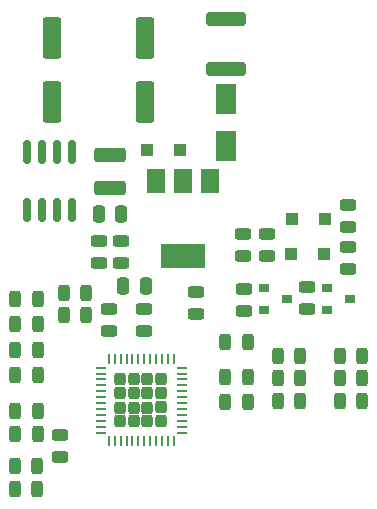
<source format=gtp>
G04 #@! TF.GenerationSoftware,KiCad,Pcbnew,6.0.7-f9a2dced07~116~ubuntu20.04.1*
G04 #@! TF.CreationDate,2023-01-10T10:48:59+01:00*
G04 #@! TF.ProjectId,Td5Gauge_SMD_ESP32,54643547-6175-4676-955f-534d445f4553,rev?*
G04 #@! TF.SameCoordinates,Original*
G04 #@! TF.FileFunction,Paste,Top*
G04 #@! TF.FilePolarity,Positive*
%FSLAX46Y46*%
G04 Gerber Fmt 4.6, Leading zero omitted, Abs format (unit mm)*
G04 Created by KiCad (PCBNEW 6.0.7-f9a2dced07~116~ubuntu20.04.1) date 2023-01-10 10:48:59*
%MOMM*%
%LPD*%
G01*
G04 APERTURE LIST*
G04 Aperture macros list*
%AMRoundRect*
0 Rectangle with rounded corners*
0 $1 Rounding radius*
0 $2 $3 $4 $5 $6 $7 $8 $9 X,Y pos of 4 corners*
0 Add a 4 corners polygon primitive as box body*
4,1,4,$2,$3,$4,$5,$6,$7,$8,$9,$2,$3,0*
0 Add four circle primitives for the rounded corners*
1,1,$1+$1,$2,$3*
1,1,$1+$1,$4,$5*
1,1,$1+$1,$6,$7*
1,1,$1+$1,$8,$9*
0 Add four rect primitives between the rounded corners*
20,1,$1+$1,$2,$3,$4,$5,0*
20,1,$1+$1,$4,$5,$6,$7,0*
20,1,$1+$1,$6,$7,$8,$9,0*
20,1,$1+$1,$8,$9,$2,$3,0*%
G04 Aperture macros list end*
%ADD10RoundRect,0.250000X0.550000X-1.500000X0.550000X1.500000X-0.550000X1.500000X-0.550000X-1.500000X0*%
%ADD11RoundRect,0.250000X0.250000X0.475000X-0.250000X0.475000X-0.250000X-0.475000X0.250000X-0.475000X0*%
%ADD12RoundRect,0.243750X-0.456250X0.243750X-0.456250X-0.243750X0.456250X-0.243750X0.456250X0.243750X0*%
%ADD13RoundRect,0.243750X0.243750X0.456250X-0.243750X0.456250X-0.243750X-0.456250X0.243750X-0.456250X0*%
%ADD14RoundRect,0.243750X0.456250X-0.243750X0.456250X0.243750X-0.456250X0.243750X-0.456250X-0.243750X0*%
%ADD15RoundRect,0.243750X-0.243750X-0.456250X0.243750X-0.456250X0.243750X0.456250X-0.243750X0.456250X0*%
%ADD16R,1.800000X2.500000*%
%ADD17R,1.100000X1.100000*%
%ADD18RoundRect,0.250000X-1.450000X0.312500X-1.450000X-0.312500X1.450000X-0.312500X1.450000X0.312500X0*%
%ADD19R,0.900000X0.800000*%
%ADD20R,1.500000X2.000000*%
%ADD21R,3.800000X2.000000*%
%ADD22RoundRect,0.150000X-0.150000X0.825000X-0.150000X-0.825000X0.150000X-0.825000X0.150000X0.825000X0*%
%ADD23RoundRect,0.250000X-0.263170X0.263170X-0.263170X-0.263170X0.263170X-0.263170X0.263170X0.263170X0*%
%ADD24RoundRect,0.062500X-0.062500X0.337500X-0.062500X-0.337500X0.062500X-0.337500X0.062500X0.337500X0*%
%ADD25RoundRect,0.062500X-0.337500X0.062500X-0.337500X-0.062500X0.337500X-0.062500X0.337500X0.062500X0*%
%ADD26RoundRect,0.250000X-1.075000X0.375000X-1.075000X-0.375000X1.075000X-0.375000X1.075000X0.375000X0*%
G04 APERTURE END LIST*
D10*
X80264000Y-58516500D03*
X80264000Y-53116500D03*
D11*
X78229500Y-68008500D03*
X76329500Y-68008500D03*
D10*
X72390000Y-58516500D03*
X72390000Y-53116500D03*
D12*
X78232000Y-70246000D03*
X78232000Y-72121000D03*
D13*
X71105000Y-89344500D03*
X69230000Y-89344500D03*
D14*
X77216000Y-77899500D03*
X77216000Y-76024500D03*
D13*
X88948500Y-81788000D03*
X87073500Y-81788000D03*
D14*
X84582000Y-76451700D03*
X84582000Y-74576700D03*
D13*
X88948500Y-78867000D03*
X87073500Y-78867000D03*
X88948500Y-83896200D03*
X87073500Y-83896200D03*
D15*
X96789000Y-83820000D03*
X98664000Y-83820000D03*
X91518500Y-83820000D03*
X93393500Y-83820000D03*
X73421000Y-74676000D03*
X75296000Y-74676000D03*
D16*
X87122000Y-62261500D03*
X87122000Y-58261500D03*
D17*
X80388000Y-62611000D03*
X83188000Y-62611000D03*
X95443500Y-71374000D03*
X92643500Y-71374000D03*
D18*
X87122000Y-51456500D03*
X87122000Y-55731500D03*
D19*
X90313000Y-74234000D03*
X90313000Y-76134000D03*
X92313000Y-75184000D03*
D15*
X69293500Y-77343000D03*
X71168500Y-77343000D03*
X69293500Y-79502000D03*
X71168500Y-79502000D03*
X69293500Y-84645500D03*
X71168500Y-84645500D03*
D12*
X88646000Y-74310000D03*
X88646000Y-76185000D03*
X97472500Y-70754000D03*
X97472500Y-72629000D03*
D15*
X96789000Y-81915000D03*
X98664000Y-81915000D03*
D13*
X98664000Y-80010000D03*
X96789000Y-80010000D03*
D14*
X93980000Y-76058000D03*
X93980000Y-74183000D03*
D13*
X93393500Y-81915000D03*
X91518500Y-81915000D03*
D15*
X73421000Y-76581000D03*
X75296000Y-76581000D03*
D13*
X93393500Y-80010000D03*
X91518500Y-80010000D03*
D14*
X90551000Y-71549500D03*
X90551000Y-69674500D03*
D12*
X88519000Y-69674500D03*
X88519000Y-71549500D03*
D20*
X85802500Y-65239500D03*
D21*
X83502500Y-71539500D03*
D20*
X83502500Y-65239500D03*
X81202500Y-65239500D03*
D22*
X74041000Y-62739500D03*
X72771000Y-62739500D03*
X71501000Y-62739500D03*
X70231000Y-62739500D03*
X70231000Y-67689500D03*
X71501000Y-67689500D03*
X72771000Y-67689500D03*
X74041000Y-67689500D03*
D23*
X78168500Y-85534500D03*
X81597500Y-84356500D03*
X81597500Y-81978500D03*
X78168500Y-84391500D03*
X79311500Y-85534500D03*
X80454500Y-81978500D03*
X79311500Y-84391500D03*
X79311500Y-83121500D03*
X80454500Y-84391500D03*
X79311500Y-81978500D03*
X80454500Y-85534500D03*
X78168500Y-81978500D03*
X78168500Y-83121500D03*
X81597500Y-83121500D03*
X80454500Y-83121500D03*
X81597500Y-85534500D03*
D24*
X82696500Y-80306500D03*
X82196500Y-80306500D03*
X81696500Y-80306500D03*
X81196500Y-80306500D03*
X80696500Y-80306500D03*
X80196500Y-80306500D03*
X79696500Y-80306500D03*
X79196500Y-80306500D03*
X78696500Y-80306500D03*
X78196500Y-80306500D03*
X77696500Y-80306500D03*
X77196500Y-80306500D03*
D25*
X76496500Y-81006500D03*
X76496500Y-81506500D03*
X76496500Y-82006500D03*
X76496500Y-82506500D03*
X76496500Y-83006500D03*
X76496500Y-83506500D03*
X76496500Y-84006500D03*
X76496500Y-84506500D03*
X76496500Y-85006500D03*
X76496500Y-85506500D03*
X76496500Y-86006500D03*
X76496500Y-86506500D03*
D24*
X77196500Y-87206500D03*
X77696500Y-87206500D03*
X78196500Y-87206500D03*
X78696500Y-87206500D03*
X79196500Y-87206500D03*
X79696500Y-87206500D03*
X80196500Y-87206500D03*
X80696500Y-87206500D03*
X81196500Y-87206500D03*
X81696500Y-87206500D03*
X82196500Y-87206500D03*
X82696500Y-87206500D03*
D25*
X83396500Y-86506500D03*
X83396500Y-86006500D03*
X83396500Y-85506500D03*
X83396500Y-85006500D03*
X83396500Y-84506500D03*
X83396500Y-84006500D03*
X83396500Y-83506500D03*
X83396500Y-83006500D03*
X83396500Y-82506500D03*
X83396500Y-82006500D03*
X83396500Y-81506500D03*
X83396500Y-81006500D03*
D19*
X95647000Y-74234000D03*
X95647000Y-76134000D03*
X97647000Y-75184000D03*
D26*
X77279500Y-63014400D03*
X77279500Y-65814400D03*
D14*
X76327000Y-72121000D03*
X76327000Y-70246000D03*
D12*
X73025000Y-86692500D03*
X73025000Y-88567500D03*
D17*
X92707000Y-68453000D03*
X95507000Y-68453000D03*
D15*
X69293500Y-81661000D03*
X71168500Y-81661000D03*
X69293500Y-86614000D03*
X71168500Y-86614000D03*
D11*
X80325000Y-74104500D03*
X78425000Y-74104500D03*
D12*
X80137000Y-76024500D03*
X80137000Y-77899500D03*
D13*
X71105000Y-91249500D03*
X69230000Y-91249500D03*
D15*
X69293500Y-75184000D03*
X71168500Y-75184000D03*
D12*
X97472500Y-67261500D03*
X97472500Y-69136500D03*
M02*

</source>
